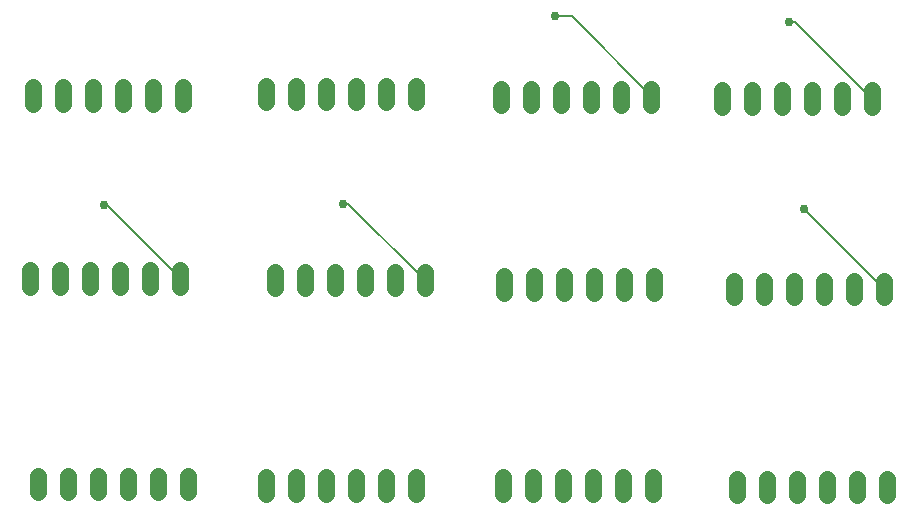
<source format=gbr>
G04 EAGLE Gerber RS-274X export*
G75*
%MOMM*%
%FSLAX34Y34*%
%LPD*%
%INBottom Copper*%
%IPPOS*%
%AMOC8*
5,1,8,0,0,1.08239X$1,22.5*%
G01*
%ADD10C,1.408000*%
%ADD11C,0.152400*%
%ADD12C,0.756400*%


D10*
X77470Y8200D02*
X77470Y22280D01*
X52070Y22280D02*
X52070Y8200D01*
X102870Y8200D02*
X102870Y22280D01*
X128270Y22280D02*
X128270Y8200D01*
X26670Y8200D02*
X26670Y22280D01*
X1270Y22280D02*
X1270Y8200D01*
X274320Y9470D02*
X274320Y23550D01*
X248920Y23550D02*
X248920Y9470D01*
X299720Y9470D02*
X299720Y23550D01*
X325120Y23550D02*
X325120Y9470D01*
X223520Y9470D02*
X223520Y23550D01*
X198120Y23550D02*
X198120Y9470D01*
X473710Y6930D02*
X473710Y21010D01*
X448310Y21010D02*
X448310Y6930D01*
X499110Y6930D02*
X499110Y21010D01*
X524510Y21010D02*
X524510Y6930D01*
X422910Y6930D02*
X422910Y21010D01*
X397510Y21010D02*
X397510Y6930D01*
X660400Y5660D02*
X660400Y19740D01*
X635000Y19740D02*
X635000Y5660D01*
X685800Y5660D02*
X685800Y19740D01*
X711200Y19740D02*
X711200Y5660D01*
X609600Y5660D02*
X609600Y19740D01*
X584200Y19740D02*
X584200Y5660D01*
X74930Y-132660D02*
X74930Y-146740D01*
X49530Y-146740D02*
X49530Y-132660D01*
X100330Y-132660D02*
X100330Y-146740D01*
X125730Y-146740D02*
X125730Y-132660D01*
X24130Y-132660D02*
X24130Y-146740D01*
X-1270Y-146740D02*
X-1270Y-132660D01*
X281940Y-133930D02*
X281940Y-148010D01*
X256540Y-148010D02*
X256540Y-133930D01*
X307340Y-133930D02*
X307340Y-148010D01*
X332740Y-148010D02*
X332740Y-133930D01*
X231140Y-133930D02*
X231140Y-148010D01*
X205740Y-148010D02*
X205740Y-133930D01*
X476250Y-137740D02*
X476250Y-151820D01*
X450850Y-151820D02*
X450850Y-137740D01*
X501650Y-137740D02*
X501650Y-151820D01*
X527050Y-151820D02*
X527050Y-137740D01*
X425450Y-137740D02*
X425450Y-151820D01*
X400050Y-151820D02*
X400050Y-137740D01*
X670560Y-141550D02*
X670560Y-155630D01*
X645160Y-155630D02*
X645160Y-141550D01*
X695960Y-141550D02*
X695960Y-155630D01*
X721360Y-155630D02*
X721360Y-141550D01*
X619760Y-141550D02*
X619760Y-155630D01*
X594360Y-155630D02*
X594360Y-141550D01*
X81280Y-306650D02*
X81280Y-320730D01*
X55880Y-320730D02*
X55880Y-306650D01*
X106680Y-306650D02*
X106680Y-320730D01*
X132080Y-320730D02*
X132080Y-306650D01*
X30480Y-306650D02*
X30480Y-320730D01*
X5080Y-320730D02*
X5080Y-306650D01*
X274320Y-307920D02*
X274320Y-322000D01*
X248920Y-322000D02*
X248920Y-307920D01*
X299720Y-307920D02*
X299720Y-322000D01*
X325120Y-322000D02*
X325120Y-307920D01*
X223520Y-307920D02*
X223520Y-322000D01*
X198120Y-322000D02*
X198120Y-307920D01*
X474980Y-307920D02*
X474980Y-322000D01*
X449580Y-322000D02*
X449580Y-307920D01*
X500380Y-307920D02*
X500380Y-322000D01*
X525780Y-322000D02*
X525780Y-307920D01*
X424180Y-307920D02*
X424180Y-322000D01*
X398780Y-322000D02*
X398780Y-307920D01*
X673100Y-309190D02*
X673100Y-323270D01*
X647700Y-323270D02*
X647700Y-309190D01*
X698500Y-309190D02*
X698500Y-323270D01*
X723900Y-323270D02*
X723900Y-309190D01*
X622300Y-309190D02*
X622300Y-323270D01*
X596900Y-323270D02*
X596900Y-309190D01*
D11*
X64008Y-77724D02*
X60960Y-77724D01*
X64008Y-77724D02*
X124968Y-138684D01*
X125730Y-139700D01*
D12*
X60960Y-77724D03*
D11*
X263652Y-76200D02*
X268224Y-76200D01*
X332232Y-140208D01*
X332740Y-140970D01*
D12*
X263652Y-76200D03*
D11*
X443484Y82296D02*
X457200Y82296D01*
X524256Y15240D01*
X524510Y13970D01*
D12*
X443484Y82296D03*
D11*
X653796Y-80772D02*
X720852Y-147828D01*
X721360Y-148590D01*
D12*
X653796Y-80772D03*
D11*
X646176Y77724D02*
X641604Y77724D01*
X646176Y77724D02*
X711200Y12700D01*
D12*
X641604Y77724D03*
M02*

</source>
